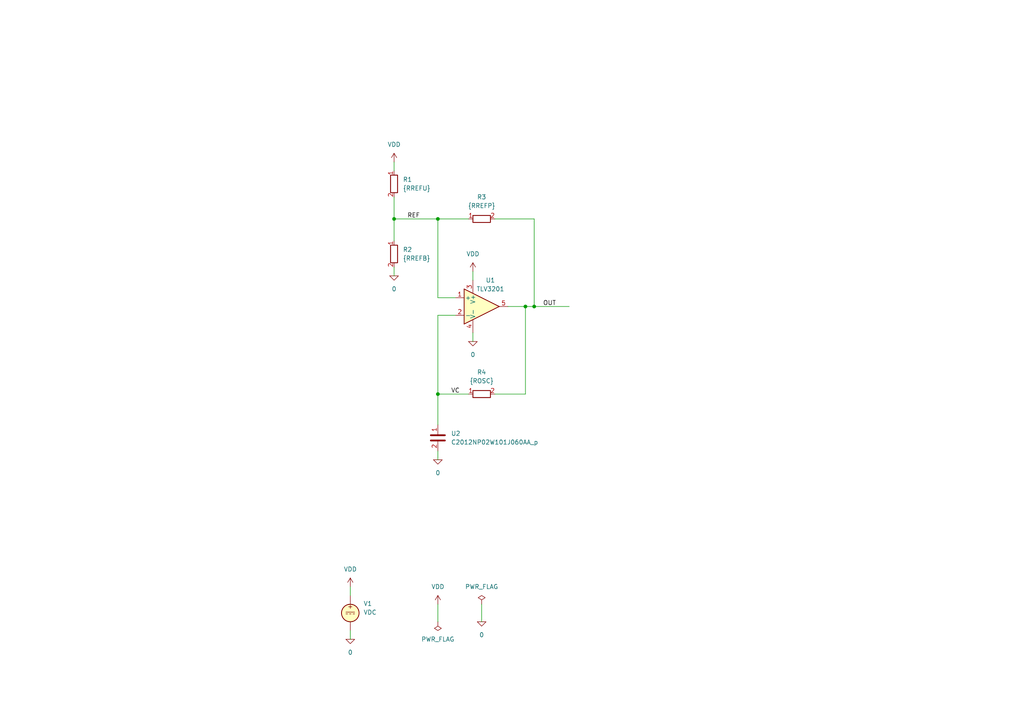
<source format=kicad_sch>
(kicad_sch (version 20211123) (generator eeschema)
  (paper "A4")
  (title_block (title "Relaxation oscillator operational amplifier") (date "2023-09-11") (rev "1") (company "astroelectronic@") (comment 1 "-") (comment 2 "-") (comment 3 "-") (comment 4 "AE01010201"))
  (lib_symbols
    (symbol "Device:C" (pin_names (offset 0.254) hide)
      (property "Reference" "C" (at 0.635 2.54 0))
      (property "Value" "C" (at 0.635 -2.54 0))
      (symbol "C_0_1"
        (polyline (pts (xy -2.032 -0.762) (xy 2.032 -0.762)) (stroke (width 0.508)))
        (polyline (pts (xy -2.032 0.762) (xy 2.032 0.762)) (stroke (width 0.508)))
      )
      (symbol "C_1_1"
        (pin passive line (at 0 3.81 270) (length 2.794) (name "~") (number "1"))
        (pin passive line (at 0 -3.81 90) (length 2.794) (name "~") (number "2"))
      )
    )
    (symbol "Device:R" (pin_names (offset 0) hide)
      (property "Reference" "R" (at 2.032 0 90))
      (property "Value" "R" (at 0 0 90))
      (symbol "R_0_1"
        (rectangle (start -1.016 -2.54) (end 1.016 2.54) (stroke (width 0.254)))
      )
      (symbol "R_1_1"
        (pin passive line (at 0 3.81 270) (length 1.27) (name "~") (number "1"))
        (pin passive line (at 0 -3.81 90) (length 1.27) (name "~") (number "2"))
      )
    )
    (symbol "R_1" (pin_names (offset 0) hide)
      (property "Reference" "R" (at 2.032 0 90))
      (property "Value" "R_1" (at 0 0 90))
      (symbol "R_1_0_1"
        (rectangle (start -1.016 -2.54) (end 1.016 2.54) (stroke (width 0.254)))
      )
      (symbol "R_1_1_1"
        (pin passive line (at 0 3.81 270) (length 1.27) (name "~") (number "1"))
        (pin passive line (at 0 -3.81 90) (length 1.27) (name "~") (number "2"))
      )
    )
    (symbol "R_2" (pin_names (offset 0) hide)
      (property "Reference" "R" (at 2.032 0 90))
      (property "Value" "R_2" (at 0 0 90))
      (symbol "R_2_0_1"
        (rectangle (start -1.016 -2.54) (end 1.016 2.54) (stroke (width 0.254)))
      )
      (symbol "R_2_1_1"
        (pin passive line (at 0 3.81 270) (length 1.27) (name "~") (number "1"))
        (pin passive line (at 0 -3.81 90) (length 1.27) (name "~") (number "2"))
      )
    )
    (symbol "Simulation_SPICE:VDC" (pin_numbers hide) (pin_names (offset 0.0254))
      (property "Reference" "V" (at 2.54 2.54 0))
      (property "Value" "VDC" (at 2.54 0 0))
      (property "Spice_Model" "dc(1)" (at 2.54 -2.54 0))
      (symbol "VDC_0_0"
        (polyline (pts (xy -1.27 0.254) (xy 1.27 0.254)))
        (polyline (pts (xy -0.762 -0.254) (xy -1.27 -0.254)))
        (polyline (pts (xy 0.254 -0.254) (xy -0.254 -0.254)))
        (polyline (pts (xy 1.27 -0.254) (xy 0.762 -0.254)))
        (text "+" (at 0 1.905 0) (effects (font (size 1.27 1.27))))
      )
      (symbol "VDC_0_1"
        (circle (center 0 0) (radius 2.54) (stroke (width 0.254)) (fill (type background)))
      )
      (symbol "VDC_1_1"
        (pin passive line (at 0 5.08 270) (length 2.54) (name "~") (number "1"))
        (pin passive line (at 0 -5.08 90) (length 2.54) (name "~") (number "2"))
      )
    )
    (symbol "TLV3201:TLV3201" (pin_names (offset 0.254))
      (property "Reference" "U" (at 3.81 3.175 0))
      (property "Value" "TLV3201" (at 3.81 -3.175 0))
      (symbol "TLV3201_0_1"
        (polyline (pts (xy 5.08 0) (xy -5.08 5.08) (xy -5.08 -5.08) (xy 5.08 0)) (stroke (width 0.254)) (fill (type background)))
      )
      (symbol "TLV3201_1_1"
        (pin passive line (at -7.62 2.54 0) (length 2.54) (name "+") (number "1"))
        (pin passive line (at -7.62 -2.54 0) (length 2.54) (name "-") (number "2"))
        (pin passive line (at -2.54 7.62 270) (length 3.81) (name "V+") (number "3"))
        (pin passive line (at -2.54 -7.62 90) (length 3.81) (name "V-") (number "4"))
        (pin passive line (at 7.62 0 180) (length 2.54) (name "~") (number "5"))
      )
    )
    (symbol "power:PWR_FLAG" (power) (pin_numbers hide) (pin_names (offset 0) hide)
      (property "Value" "PWR_FLAG" (at 0 3.81 0))
      (symbol "PWR_FLAG_0_0"
        (pin power_out line (at 0 0 90) (length 0) (name "pwr") (number "1"))
      )
      (symbol "PWR_FLAG_0_1"
        (polyline (pts (xy 0 0) (xy 0 1.27) (xy -1.016 1.905) (xy 0 2.54) (xy 1.016 1.905) (xy 0 1.27)))
      )
    )
    (symbol "power:VDD" (power) (pin_names (offset 0))
      (property "Value" "VDD" (at 0 3.81 0))
      (symbol "VDD_0_1"
        (polyline (pts (xy -0.762 1.27) (xy 0 2.54)))
        (polyline (pts (xy 0 0) (xy 0 2.54)))
        (polyline (pts (xy 0 2.54) (xy 0.762 1.27)))
      )
      (symbol "VDD_1_1"
        (pin power_in line (at 0 0 90) (length 0) hide (name "VDD") (number "1"))
      )
    )
    (symbol "pspice:0" (power) (pin_names (offset 0))
      (property "Value" "0" (at 0 -1.778 0))
      (symbol "0_0_1"
        (polyline (pts (xy -1.27 0) (xy 0 -1.27) (xy 1.27 0) (xy -1.27 0)))
      )
      (symbol "0_1_1"
        (pin power_in line (at 0 0 0) (length 0) hide (name "0") (number "1"))
      )
    )
  )
  (junction (at 154.94 88.9))
  (junction (at 127 63.5))
  (junction (at 114.3 63.5))
  (junction (at 127 114.3))
  (junction (at 152.4 88.9))
  (wire (pts (xy 152.4 88.9) (xy 154.94 88.9)))
  (wire (pts (xy 127 63.5) (xy 135.89 63.5)))
  (wire (pts (xy 127 114.3) (xy 127 91.44)))
  (wire (pts (xy 127 130.81) (xy 127 133.35)))
  (wire (pts (xy 127 86.36) (xy 127 63.5)))
  (wire (pts (xy 132.08 86.36) (xy 127 86.36)))
  (wire (pts (xy 137.16 78.74) (xy 137.16 81.28)))
  (wire (pts (xy 127 175.26) (xy 127 180.34)))
  (wire (pts (xy 139.7 175.26) (xy 139.7 180.34)))
  (wire (pts (xy 143.51 114.3) (xy 152.4 114.3)))
  (wire (pts (xy 154.94 88.9) (xy 165.1 88.9)))
  (wire (pts (xy 152.4 88.9) (xy 147.32 88.9)))
  (wire (pts (xy 127 91.44) (xy 132.08 91.44)))
  (wire (pts (xy 114.3 46.99) (xy 114.3 49.53)))
  (wire (pts (xy 127 63.5) (xy 114.3 63.5)))
  (wire (pts (xy 137.16 96.52) (xy 137.16 99.06)))
  (wire (pts (xy 127 114.3) (xy 127 123.19)))
  (wire (pts (xy 101.6 182.88) (xy 101.6 185.42)))
  (wire (pts (xy 152.4 114.3) (xy 152.4 88.9)))
  (wire (pts (xy 114.3 63.5) (xy 114.3 69.85)))
  (wire (pts (xy 114.3 77.47) (xy 114.3 80.01)))
  (wire (pts (xy 114.3 57.15) (xy 114.3 63.5)))
  (wire (pts (xy 154.94 88.9) (xy 154.94 63.5)))
  (wire (pts (xy 154.94 63.5) (xy 143.51 63.5)))
  (wire (pts (xy 135.89 114.3) (xy 127 114.3)))
  (wire (pts (xy 101.6 170.18) (xy 101.6 172.72)))
  (label "VC" (at 130.81 114.3 0))
  (label "REF" (at 118.11 63.5 0))
  (label "OUT" (at 157.48 88.9 0))
  (symbol (lib_id "pspice:0") (at 101.6 185.42 0) (unit 1)
    (property "Reference" "#GND0104" (effects hide))
    (property "Value" "0" (at 101.6 189.23 0))
  )
  (symbol (lib_id "power:VDD") (at 137.16 78.74 0) (unit 1)
    (property "Reference" "#PWR0104" (effects hide))
    (property "Value" "VDD" (at 137.16 73.66 0))
  )
  (symbol (lib_id "power:PWR_FLAG") (at 139.7 175.26 0) (unit 1)
    (property "Reference" "#FLG0102" (effects hide))
    (property "Value" "PWR_FLAG" (at 139.7 170.18 0))
  )
  (symbol (lib_id "Device:C") (at 127 127 0) (unit 1)
    (property "Reference" "U2" (at 130.81 125.7299 0) (effects (justify left)))
    (property "Value" "C2012NP02W101J060AA_p" (at 130.81 128.2699 0) (effects (justify left)))
    (property "Spice_Primitive" "X" (effects hide))
    (property "Spice_Model" "C2012NP02W101J060AA_p" (effects hide))
    (property "Spice_Netlist_Enabled" "Y" (effects hide))
    (property "Spice_Lib_File" "/home/astroelectronica/kicad/projects/TLV3201/models/c2012np02w101j060aa_p.mod" (effects hide))
  )
  (symbol (lib_id "pspice:0") (at 139.7 180.34 0) (unit 1)
    (property "Reference" "#GND0103" (effects hide))
    (property "Value" "0" (at 139.7 184.15 0))
  )
  (symbol (lib_id "power:PWR_FLAG") (at 127 180.34 180) (unit 1)
    (property "Reference" "#FLG0101" (effects hide))
    (property "Value" "PWR_FLAG" (at 127 185.42 0))
  )
  (symbol (lib_id "pspice:0") (at 137.16 99.06 0) (unit 1)
    (property "Reference" "#GND0102" (effects hide))
    (property "Value" "0" (at 137.16 102.87 0))
  )
  (symbol (lib_id "pspice:0") (at 114.3 80.01 0) (unit 1)
    (property "Reference" "#GND0105" (effects hide))
    (property "Value" "0" (at 114.3 83.82 0))
  )
  (symbol (lib_name "R_1") (lib_id "Device:R") (at 114.3 53.34 0) (unit 1)
    (property "Reference" "R1" (at 116.84 52.0699 0) (effects (justify left)))
    (property "Value" "{RREFU}" (at 116.84 54.6099 0) (effects (justify left)))
  )
  (symbol (lib_id "power:VDD") (at 127 175.26 0) (unit 1)
    (property "Reference" "#PWR0101" (effects hide))
    (property "Value" "VDD" (at 127 170.18 0))
  )
  (symbol (lib_id "Device:R") (at 139.7 63.5 90) (unit 1)
    (property "Reference" "R3" (at 139.7 57.15 90))
    (property "Value" "{RREFP}" (at 139.7 59.69 90))
  )
  (symbol (lib_id "Device:R") (at 139.7 114.3 90) (unit 1)
    (property "Reference" "R4" (at 139.7 107.95 90))
    (property "Value" "{ROSC}" (at 139.7 110.49 90))
  )
  (symbol (lib_name "R_2") (lib_id "Device:R") (at 114.3 73.66 0) (unit 1)
    (property "Reference" "R2" (at 116.84 72.3899 0) (effects (justify left)))
    (property "Value" "{RREFB}" (at 116.84 74.9299 0) (effects (justify left)))
  )
  (symbol (lib_id "power:VDD") (at 114.3 46.99 0) (unit 1)
    (property "Reference" "#PWR0103" (effects hide))
    (property "Value" "VDD" (at 114.3 41.91 0))
  )
  (symbol (lib_id "TLV3201:TLV3201") (at 139.7 88.9 0) (unit 1)
    (property "Reference" "U1" (at 142.24 81.28 0))
    (property "Value" "TLV3201" (at 142.24 83.82 0))
    (property "Spice_Netlist_Enabled" "Y" (effects hide))
    (property "Spice_Primitive" "X" (effects hide))
    (property "Spice_Model" "TLV3201" (effects hide))
    (property "Spice_Lib_File" "/home/astroelectronica/kicad/projects/TLV3201/models/tlv3201.lib" (effects hide))
  )
  (symbol (lib_id "Simulation_SPICE:VDC") (at 101.6 177.8 0) (unit 1)
    (property "Reference" "V1" (at 105.41 175.0701 0) (effects (justify left)))
    (property "Value" "VDC" (at 105.41 177.6101 0) (effects (justify left)))
    (property "Spice_Netlist_Enabled" "Y" (effects hide))
    (property "Spice_Primitive" "V" (effects hide))
    (property "Spice_Model" "{VSUPPLY}" (at 105.41 180.1501 0) (effects (justify left)))
  )
  (symbol (lib_id "power:VDD") (at 101.6 170.18 0) (unit 1)
    (property "Reference" "#PWR0102" (effects hide))
    (property "Value" "VDD" (at 101.6 165.1 0))
  )
  (symbol (lib_id "pspice:0") (at 127 133.35 0) (unit 1)
    (property "Reference" "#GND0101" (effects hide))
    (property "Value" "0" (at 127 137.16 0))
  )
)
</source>
